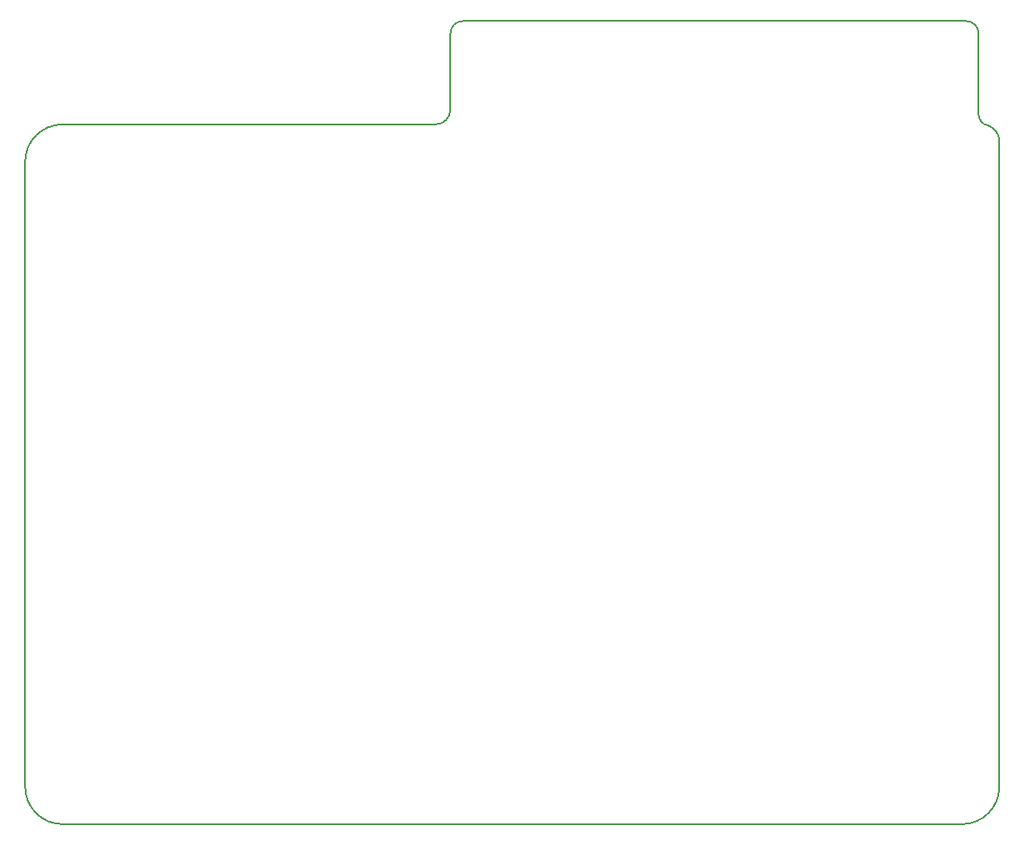
<source format=gbr>
G04 #@! TF.FileFunction,Profile,NP*
%FSLAX46Y46*%
G04 Gerber Fmt 4.6, Leading zero omitted, Abs format (unit mm)*
G04 Created by KiCad (PCBNEW 4.0.7) date 01/02/19 02:11:49*
%MOMM*%
%LPD*%
G01*
G04 APERTURE LIST*
%ADD10C,0.100000*%
%ADD11C,0.150000*%
G04 APERTURE END LIST*
D10*
D11*
X210645796Y-65125377D02*
G75*
G03X209524600Y-63614300I-1721922J-106147D01*
G01*
X208536472Y-62484000D02*
G75*
G03X209524600Y-63614300I1140528J0D01*
G01*
X208534000Y-54229000D02*
X208534000Y-62484000D01*
X155956000Y-52959000D02*
G75*
G03X154686000Y-54229000I0J-1270000D01*
G01*
X208534000Y-54229000D02*
G75*
G03X207264000Y-52959000I-1270000J0D01*
G01*
X206839825Y-134874000D02*
G75*
G03X210643175Y-131064006I-6650J3809994D01*
G01*
X111329175Y-131070000D02*
G75*
G03X115139169Y-134873350I3809994J6650D01*
G01*
X153162000Y-63500000D02*
G75*
G03X154686000Y-61976000I0J1524000D01*
G01*
X115132525Y-63500006D02*
G75*
G03X111329175Y-67310000I6650J-3809994D01*
G01*
X153162000Y-63500006D02*
X115132525Y-63500006D01*
X154686000Y-54227000D02*
X154686000Y-61976000D01*
X111329175Y-67310000D02*
X111329175Y-131070000D01*
X207264000Y-52959000D02*
X155956000Y-52959000D01*
X210643175Y-131064006D02*
X210642200Y-65125600D01*
X115139169Y-134873350D02*
X206833175Y-134873350D01*
M02*

</source>
